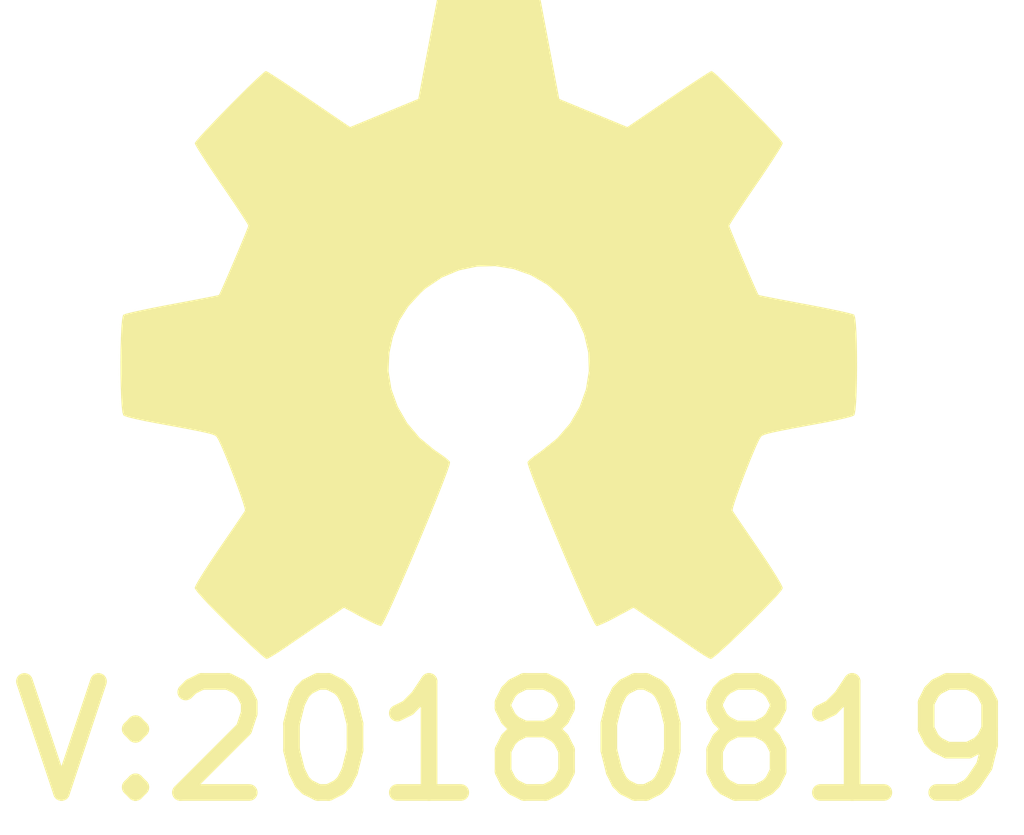
<source format=kicad_pcb>
(kicad_pcb (version 20171130) (host pcbnew 5.0.0-fee4fd1~66~ubuntu18.04.1)

  (general
    (thickness 1.6)
    (drawings 0)
    (tracks 0)
    (zones 0)
    (modules 2)
    (nets 1)
  )

  (page A4)
  (layers
    (0 F.Cu signal)
    (1 In1.Cu signal)
    (2 In2.Cu signal)
    (31 B.Cu signal)
    (32 B.Adhes user)
    (33 F.Adhes user)
    (34 B.Paste user)
    (35 F.Paste user)
    (36 B.SilkS user)
    (37 F.SilkS user)
    (38 B.Mask user)
    (39 F.Mask user)
    (40 Dwgs.User user)
    (41 Cmts.User user)
    (42 Eco1.User user)
    (43 Eco2.User user)
    (44 Edge.Cuts user)
    (45 Margin user)
    (46 B.CrtYd user)
    (47 F.CrtYd user)
    (48 B.Fab user)
    (49 F.Fab user)
  )

  (setup
    (last_trace_width 0.0889)
    (user_trace_width 0.15)
    (user_trace_width 0.2)
    (user_trace_width 0.3)
    (user_trace_width 0.4)
    (user_trace_width 0.6)
    (user_trace_width 1)
    (user_trace_width 1.5)
    (user_trace_width 2)
    (trace_clearance 0.0889)
    (zone_clearance 0.508)
    (zone_45_only no)
    (trace_min 0.0889)
    (segment_width 0.2)
    (edge_width 0.15)
    (via_size 0.45)
    (via_drill 0.2)
    (via_min_size 0.45)
    (via_min_drill 0.2)
    (user_via 0.45 0.2)
    (user_via 0.65 0.4)
    (user_via 0.75 0.6)
    (user_via 0.95 0.8)
    (user_via 1.3 1)
    (user_via 1.5 1.2)
    (user_via 1.7 1.4)
    (user_via 1.9 1.6)
    (uvia_size 0.6)
    (uvia_drill 0.3)
    (uvias_allowed no)
    (uvia_min_size 0.381)
    (uvia_min_drill 0.254)
    (pcb_text_width 0.3)
    (pcb_text_size 1.5 1.5)
    (mod_edge_width 0.15)
    (mod_text_size 1 1)
    (mod_text_width 0.15)
    (pad_size 1.524 1.524)
    (pad_drill 0.762)
    (pad_to_mask_clearance 0.2)
    (aux_axis_origin 0 0)
    (visible_elements FFFFFF7F)
    (pcbplotparams
      (layerselection 0x00030_80000001)
      (usegerberextensions false)
      (usegerberattributes false)
      (usegerberadvancedattributes false)
      (creategerberjobfile false)
      (excludeedgelayer true)
      (linewidth 0.100000)
      (plotframeref false)
      (viasonmask false)
      (mode 1)
      (useauxorigin false)
      (hpglpennumber 1)
      (hpglpenspeed 20)
      (hpglpendiameter 15.000000)
      (psnegative false)
      (psa4output false)
      (plotreference true)
      (plotvalue true)
      (plotinvisibletext false)
      (padsonsilk false)
      (subtractmaskfromsilk false)
      (outputformat 1)
      (mirror false)
      (drillshape 1)
      (scaleselection 1)
      (outputdirectory ""))
  )

  (net 0 "")

  (net_class Default "This is the default net class."
    (clearance 0.0889)
    (trace_width 0.0889)
    (via_dia 0.45)
    (via_drill 0.2)
    (uvia_dia 0.6)
    (uvia_drill 0.3)
  )

  (module Symbols:OSHW-Symbol_6.7x6mm_SilkScreen (layer F.Cu) (tedit 0) (tstamp 5A135134)
    (at 148 101)
    (descr "Open Source Hardware Symbol")
    (tags "Logo Symbol OSHW")
    (path /5A135869)
    (attr virtual)
    (fp_text reference N1 (at 0 0) (layer F.SilkS) hide
      (effects (font (size 1 1) (thickness 0.15)))
    )
    (fp_text value OHWLOGO (at 0.75 0) (layer F.Fab) hide
      (effects (font (size 1 1) (thickness 0.15)))
    )
    (fp_poly (pts (xy 0.555814 -2.531069) (xy 0.639635 -2.086445) (xy 0.94892 -1.958947) (xy 1.258206 -1.831449)
      (xy 1.629246 -2.083754) (xy 1.733157 -2.154004) (xy 1.827087 -2.216728) (xy 1.906652 -2.269062)
      (xy 1.96747 -2.308143) (xy 2.005157 -2.331107) (xy 2.015421 -2.336058) (xy 2.03391 -2.323324)
      (xy 2.07342 -2.288118) (xy 2.129522 -2.234938) (xy 2.197787 -2.168282) (xy 2.273786 -2.092646)
      (xy 2.353092 -2.012528) (xy 2.431275 -1.932426) (xy 2.503907 -1.856836) (xy 2.566559 -1.790255)
      (xy 2.614803 -1.737182) (xy 2.64421 -1.702113) (xy 2.651241 -1.690377) (xy 2.641123 -1.66874)
      (xy 2.612759 -1.621338) (xy 2.569129 -1.552807) (xy 2.513218 -1.467785) (xy 2.448006 -1.370907)
      (xy 2.410219 -1.31565) (xy 2.341343 -1.214752) (xy 2.28014 -1.123701) (xy 2.229578 -1.04703)
      (xy 2.192628 -0.989272) (xy 2.172258 -0.954957) (xy 2.169197 -0.947746) (xy 2.176136 -0.927252)
      (xy 2.195051 -0.879487) (xy 2.223087 -0.811168) (xy 2.257391 -0.729011) (xy 2.295109 -0.63973)
      (xy 2.333387 -0.550042) (xy 2.36937 -0.466662) (xy 2.400206 -0.396306) (xy 2.423039 -0.34569)
      (xy 2.435017 -0.321529) (xy 2.435724 -0.320578) (xy 2.454531 -0.315964) (xy 2.504618 -0.305672)
      (xy 2.580793 -0.290713) (xy 2.677865 -0.272099) (xy 2.790643 -0.250841) (xy 2.856442 -0.238582)
      (xy 2.97695 -0.215638) (xy 3.085797 -0.193805) (xy 3.177476 -0.174278) (xy 3.246481 -0.158252)
      (xy 3.287304 -0.146921) (xy 3.295511 -0.143326) (xy 3.303548 -0.118994) (xy 3.310033 -0.064041)
      (xy 3.31497 0.015108) (xy 3.318364 0.112026) (xy 3.320218 0.220287) (xy 3.320538 0.333465)
      (xy 3.319327 0.445135) (xy 3.31659 0.548868) (xy 3.312331 0.638241) (xy 3.306555 0.706826)
      (xy 3.299267 0.748197) (xy 3.294895 0.75681) (xy 3.268764 0.767133) (xy 3.213393 0.781892)
      (xy 3.136107 0.799352) (xy 3.04423 0.81778) (xy 3.012158 0.823741) (xy 2.857524 0.852066)
      (xy 2.735375 0.874876) (xy 2.641673 0.89308) (xy 2.572384 0.907583) (xy 2.523471 0.919292)
      (xy 2.490897 0.929115) (xy 2.470628 0.937956) (xy 2.458626 0.946724) (xy 2.456947 0.948457)
      (xy 2.440184 0.976371) (xy 2.414614 1.030695) (xy 2.382788 1.104777) (xy 2.34726 1.191965)
      (xy 2.310583 1.285608) (xy 2.275311 1.379052) (xy 2.243996 1.465647) (xy 2.219193 1.53874)
      (xy 2.203454 1.591678) (xy 2.199332 1.617811) (xy 2.199676 1.618726) (xy 2.213641 1.640086)
      (xy 2.245322 1.687084) (xy 2.291391 1.754827) (xy 2.348518 1.838423) (xy 2.413373 1.932982)
      (xy 2.431843 1.959854) (xy 2.497699 2.057275) (xy 2.55565 2.146163) (xy 2.602538 2.221412)
      (xy 2.635207 2.27792) (xy 2.6505 2.310581) (xy 2.651241 2.314593) (xy 2.638392 2.335684)
      (xy 2.602888 2.377464) (xy 2.549293 2.435445) (xy 2.482171 2.505135) (xy 2.406087 2.582045)
      (xy 2.325604 2.661683) (xy 2.245287 2.739561) (xy 2.169699 2.811186) (xy 2.103405 2.87207)
      (xy 2.050969 2.917721) (xy 2.016955 2.94365) (xy 2.007545 2.947883) (xy 1.985643 2.937912)
      (xy 1.9408 2.91102) (xy 1.880321 2.871736) (xy 1.833789 2.840117) (xy 1.749475 2.782098)
      (xy 1.649626 2.713784) (xy 1.549473 2.645579) (xy 1.495627 2.609075) (xy 1.313371 2.4858)
      (xy 1.160381 2.56852) (xy 1.090682 2.604759) (xy 1.031414 2.632926) (xy 0.991311 2.648991)
      (xy 0.981103 2.651226) (xy 0.968829 2.634722) (xy 0.944613 2.588082) (xy 0.910263 2.515609)
      (xy 0.867588 2.421606) (xy 0.818394 2.310374) (xy 0.76449 2.186215) (xy 0.707684 2.053432)
      (xy 0.649782 1.916327) (xy 0.592593 1.779202) (xy 0.537924 1.646358) (xy 0.487584 1.522098)
      (xy 0.44338 1.410725) (xy 0.407119 1.316539) (xy 0.380609 1.243844) (xy 0.365658 1.196941)
      (xy 0.363254 1.180833) (xy 0.382311 1.160286) (xy 0.424036 1.126933) (xy 0.479706 1.087702)
      (xy 0.484378 1.084599) (xy 0.628264 0.969423) (xy 0.744283 0.835053) (xy 0.83143 0.685784)
      (xy 0.888699 0.525913) (xy 0.915086 0.359737) (xy 0.909585 0.191552) (xy 0.87119 0.025655)
      (xy 0.798895 -0.133658) (xy 0.777626 -0.168513) (xy 0.666996 -0.309263) (xy 0.536302 -0.422286)
      (xy 0.390064 -0.506997) (xy 0.232808 -0.562806) (xy 0.069057 -0.589126) (xy -0.096667 -0.58537)
      (xy -0.259838 -0.55095) (xy -0.415935 -0.485277) (xy -0.560433 -0.387765) (xy -0.605131 -0.348187)
      (xy -0.718888 -0.224297) (xy -0.801782 -0.093876) (xy -0.858644 0.052315) (xy -0.890313 0.197088)
      (xy -0.898131 0.35986) (xy -0.872062 0.52344) (xy -0.814755 0.682298) (xy -0.728856 0.830906)
      (xy -0.617014 0.963735) (xy -0.481877 1.075256) (xy -0.464117 1.087011) (xy -0.40785 1.125508)
      (xy -0.365077 1.158863) (xy -0.344628 1.18016) (xy -0.344331 1.180833) (xy -0.348721 1.203871)
      (xy -0.366124 1.256157) (xy -0.394732 1.33339) (xy -0.432735 1.431268) (xy -0.478326 1.545491)
      (xy -0.529697 1.671758) (xy -0.585038 1.805767) (xy -0.642542 1.943218) (xy -0.700399 2.079808)
      (xy -0.756802 2.211237) (xy -0.809942 2.333205) (xy -0.85801 2.441409) (xy -0.899199 2.531549)
      (xy -0.931699 2.599323) (xy -0.953703 2.64043) (xy -0.962564 2.651226) (xy -0.98964 2.642819)
      (xy -1.040303 2.620272) (xy -1.105817 2.587613) (xy -1.141841 2.56852) (xy -1.294832 2.4858)
      (xy -1.477088 2.609075) (xy -1.570125 2.672228) (xy -1.671985 2.741727) (xy -1.767438 2.807165)
      (xy -1.81525 2.840117) (xy -1.882495 2.885273) (xy -1.939436 2.921057) (xy -1.978646 2.942938)
      (xy -1.991381 2.947563) (xy -2.009917 2.935085) (xy -2.050941 2.900252) (xy -2.110475 2.846678)
      (xy -2.184542 2.777983) (xy -2.269165 2.697781) (xy -2.322685 2.646286) (xy -2.416319 2.554286)
      (xy -2.497241 2.471999) (xy -2.562177 2.402945) (xy -2.607858 2.350644) (xy -2.631011 2.318616)
      (xy -2.633232 2.312116) (xy -2.622924 2.287394) (xy -2.594439 2.237405) (xy -2.550937 2.167212)
      (xy -2.495577 2.081875) (xy -2.43152 1.986456) (xy -2.413303 1.959854) (xy -2.346927 1.863167)
      (xy -2.287378 1.776117) (xy -2.237984 1.703595) (xy -2.202075 1.650493) (xy -2.182981 1.621703)
      (xy -2.181136 1.618726) (xy -2.183895 1.595782) (xy -2.198538 1.545336) (xy -2.222513 1.474041)
      (xy -2.253266 1.388547) (xy -2.288244 1.295507) (xy -2.324893 1.201574) (xy -2.360661 1.113399)
      (xy -2.392994 1.037634) (xy -2.419338 0.980931) (xy -2.437142 0.949943) (xy -2.438407 0.948457)
      (xy -2.449294 0.939601) (xy -2.467682 0.930843) (xy -2.497606 0.921277) (xy -2.543103 0.909996)
      (xy -2.608209 0.896093) (xy -2.696961 0.878663) (xy -2.813393 0.856798) (xy -2.961542 0.829591)
      (xy -2.993618 0.823741) (xy -3.088686 0.805374) (xy -3.171565 0.787405) (xy -3.23493 0.771569)
      (xy -3.271458 0.7596) (xy -3.276356 0.75681) (xy -3.284427 0.732072) (xy -3.290987 0.67679)
      (xy -3.296033 0.597389) (xy -3.299559 0.500296) (xy -3.301561 0.391938) (xy -3.302036 0.27874)
      (xy -3.300977 0.167128) (xy -3.298382 0.063529) (xy -3.294246 -0.025632) (xy -3.288563 -0.093928)
      (xy -3.281331 -0.134934) (xy -3.276971 -0.143326) (xy -3.252698 -0.151792) (xy -3.197426 -0.165565)
      (xy -3.116662 -0.18345) (xy -3.015912 -0.204252) (xy -2.900683 -0.226777) (xy -2.837902 -0.238582)
      (xy -2.718787 -0.260849) (xy -2.612565 -0.281021) (xy -2.524427 -0.298085) (xy -2.459566 -0.311031)
      (xy -2.423174 -0.318845) (xy -2.417184 -0.320578) (xy -2.407061 -0.34011) (xy -2.385662 -0.387157)
      (xy -2.355839 -0.454997) (xy -2.320445 -0.536909) (xy -2.282332 -0.626172) (xy -2.244353 -0.716065)
      (xy -2.20936 -0.799865) (xy -2.180206 -0.870853) (xy -2.159743 -0.922306) (xy -2.150823 -0.947503)
      (xy -2.150657 -0.948604) (xy -2.160769 -0.968481) (xy -2.189117 -1.014223) (xy -2.232723 -1.081283)
      (xy -2.288606 -1.165116) (xy -2.353787 -1.261174) (xy -2.391679 -1.31635) (xy -2.460725 -1.417519)
      (xy -2.52205 -1.50937) (xy -2.572663 -1.587256) (xy -2.609571 -1.646531) (xy -2.629782 -1.682549)
      (xy -2.632701 -1.690623) (xy -2.620153 -1.709416) (xy -2.585463 -1.749543) (xy -2.533063 -1.806507)
      (xy -2.467384 -1.875815) (xy -2.392856 -1.952969) (xy -2.313913 -2.033475) (xy -2.234983 -2.112837)
      (xy -2.1605 -2.18656) (xy -2.094894 -2.250148) (xy -2.042596 -2.299106) (xy -2.008039 -2.328939)
      (xy -1.996478 -2.336058) (xy -1.977654 -2.326047) (xy -1.932631 -2.297922) (xy -1.865787 -2.254546)
      (xy -1.781499 -2.198782) (xy -1.684144 -2.133494) (xy -1.610707 -2.083754) (xy -1.239667 -1.831449)
      (xy -0.621095 -2.086445) (xy -0.537275 -2.531069) (xy -0.453454 -2.975693) (xy 0.471994 -2.975693)
      (xy 0.555814 -2.531069)) (layer F.SilkS) (width 0.01))
  )

  (module SquantorLabels:Label_version (layer F.Cu) (tedit 5B5A1E49) (tstamp 5B7D93BE)
    (at 149.3 104.8)
    (path /5A1357A5)
    (fp_text reference N2 (at 0 1.4) (layer F.Fab) hide
      (effects (font (size 1 1) (thickness 0.15)))
    )
    (fp_text value 20180819 (at -0.4 -0.1) (layer F.SilkS)
      (effects (font (size 1 1) (thickness 0.15)))
    )
    (fp_text user V: (at -4.9 -0.1) (layer F.SilkS)
      (effects (font (size 1 1) (thickness 0.15)))
    )
  )

)

</source>
